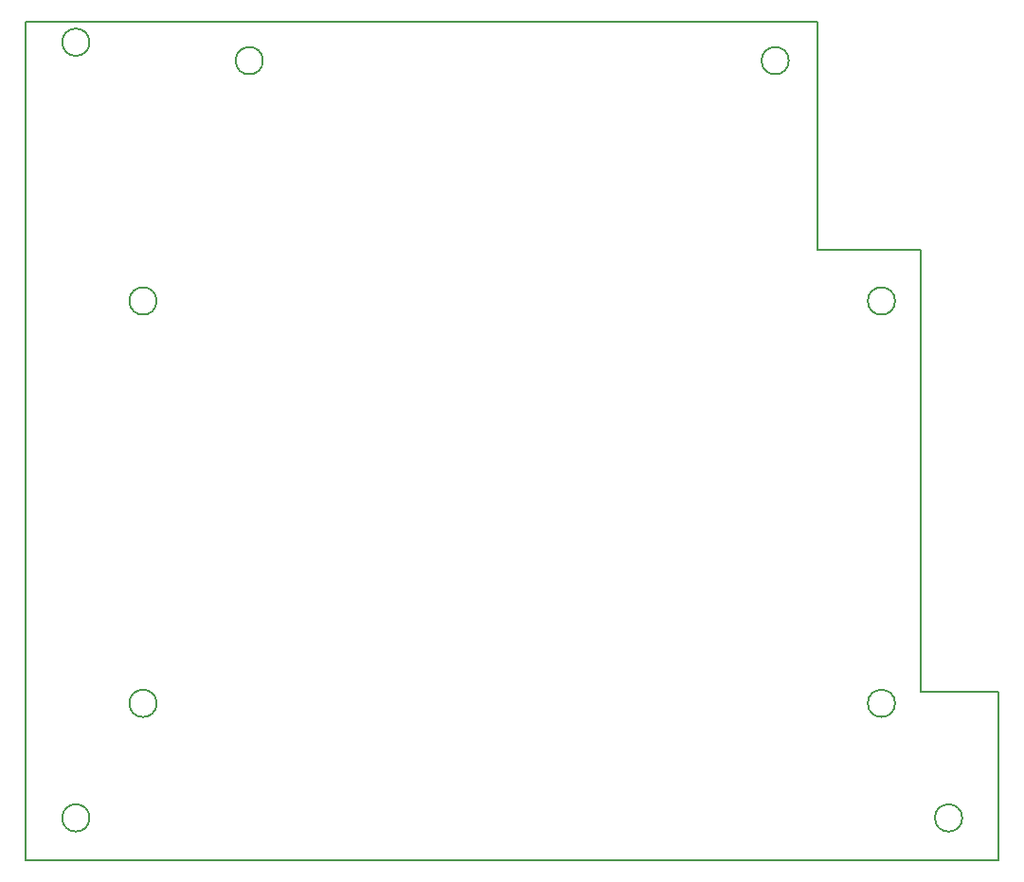
<source format=gbr>
%TF.GenerationSoftware,KiCad,Pcbnew,(5.1.10)-1*%
%TF.CreationDate,2022-11-30T08:24:14-06:00*%
%TF.ProjectId,flight_computer,666c6967-6874-45f6-936f-6d7075746572,A*%
%TF.SameCoordinates,Original*%
%TF.FileFunction,Profile,NP*%
%FSLAX46Y46*%
G04 Gerber Fmt 4.6, Leading zero omitted, Abs format (unit mm)*
G04 Created by KiCad (PCBNEW (5.1.10)-1) date 2022-11-30 08:24:14*
%MOMM*%
%LPD*%
G01*
G04 APERTURE LIST*
%TA.AperFunction,Profile*%
%ADD10C,0.200000*%
%TD*%
G04 APERTURE END LIST*
D10*
X124749200Y-85890001D02*
G75*
G03*
X124749200Y-85890001I-1219200J0D01*
G01*
X200030000Y-120890000D02*
X193030000Y-120890000D01*
X193030000Y-120890000D02*
X193030000Y-81353973D01*
X183787349Y-60890001D02*
X113030000Y-60890001D01*
X183787349Y-60890001D02*
X183787349Y-81353973D01*
X183787349Y-81353973D02*
X193030000Y-81353973D01*
X118749200Y-62740001D02*
G75*
G03*
X118749200Y-62740001I-1219200J0D01*
G01*
X190749200Y-121890000D02*
G75*
G03*
X190749200Y-121890000I-1219200J0D01*
G01*
X190749200Y-85890001D02*
G75*
G03*
X190749200Y-85890001I-1219200J0D01*
G01*
X196750000Y-132139078D02*
G75*
G03*
X196750000Y-132139078I-1220000J0D01*
G01*
X118750000Y-132139078D02*
G75*
G03*
X118750000Y-132139078I-1220000J0D01*
G01*
X134249200Y-64390001D02*
G75*
G03*
X134249200Y-64390001I-1219200J0D01*
G01*
X124749200Y-121890000D02*
G75*
G03*
X124749200Y-121890000I-1219200J0D01*
G01*
X181249199Y-64390001D02*
G75*
G03*
X181249199Y-64390001I-1219199J0D01*
G01*
X113030000Y-60890001D02*
X113030000Y-135890000D01*
X200030000Y-135890000D02*
X200030000Y-120890000D01*
X113030000Y-135890000D02*
X200030000Y-135890000D01*
M02*

</source>
